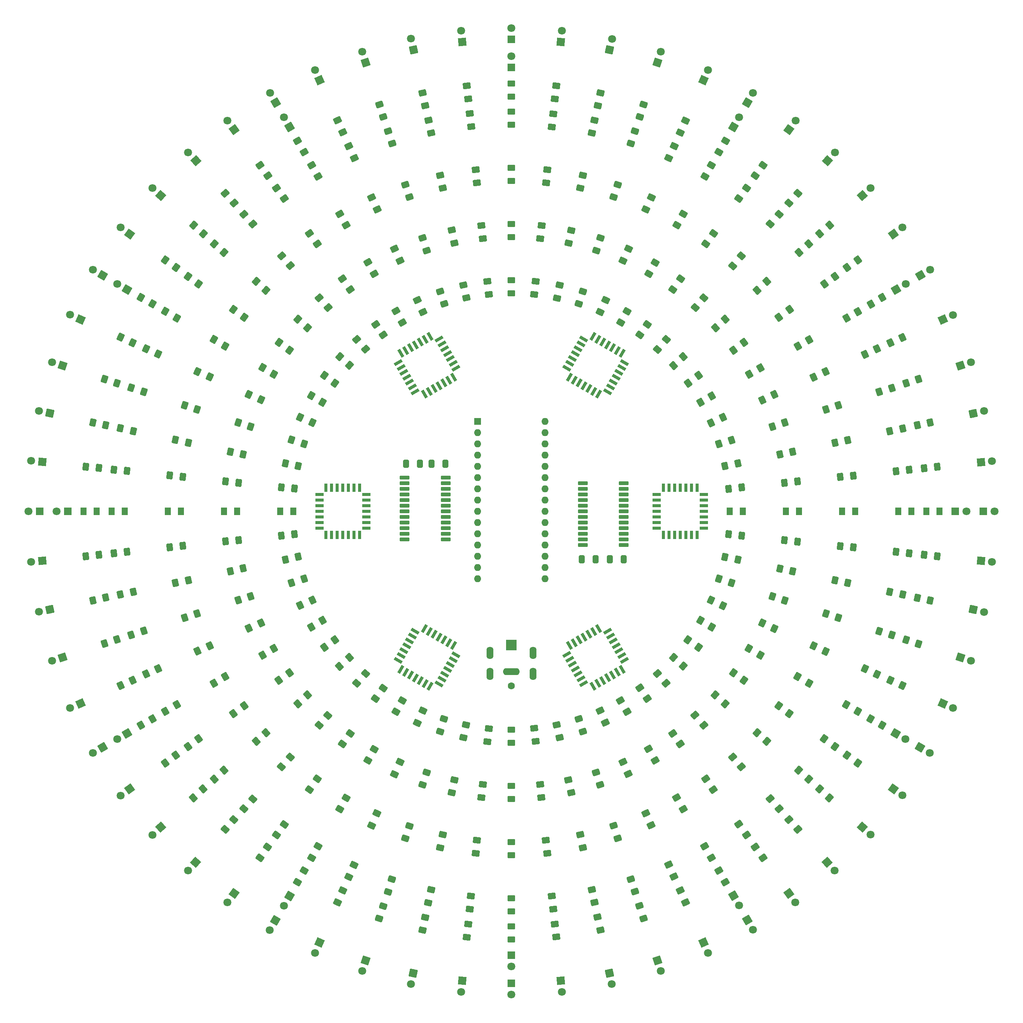
<source format=gbr>
%TF.GenerationSoftware,KiCad,Pcbnew,9.0.7-9.0.7~ubuntu24.04.1*%
%TF.CreationDate,2026-01-21T14:41:36-05:00*%
%TF.ProjectId,Led_clock_sector,4c65645f-636c-46f6-936b-5f736563746f,rev?*%
%TF.SameCoordinates,Original*%
%TF.FileFunction,Soldermask,Top*%
%TF.FilePolarity,Negative*%
%FSLAX46Y46*%
G04 Gerber Fmt 4.6, Leading zero omitted, Abs format (unit mm)*
G04 Created by KiCad (PCBNEW 9.0.7-9.0.7~ubuntu24.04.1) date 2026-01-21 14:41:36*
%MOMM*%
%LPD*%
G01*
G04 APERTURE LIST*
G04 Aperture macros list*
%AMRoundRect*
0 Rectangle with rounded corners*
0 $1 Rounding radius*
0 $2 $3 $4 $5 $6 $7 $8 $9 X,Y pos of 4 corners*
0 Add a 4 corners polygon primitive as box body*
4,1,4,$2,$3,$4,$5,$6,$7,$8,$9,$2,$3,0*
0 Add four circle primitives for the rounded corners*
1,1,$1+$1,$2,$3*
1,1,$1+$1,$4,$5*
1,1,$1+$1,$6,$7*
1,1,$1+$1,$8,$9*
0 Add four rect primitives between the rounded corners*
20,1,$1+$1,$2,$3,$4,$5,0*
20,1,$1+$1,$4,$5,$6,$7,0*
20,1,$1+$1,$6,$7,$8,$9,0*
20,1,$1+$1,$8,$9,$2,$3,0*%
%AMRotRect*
0 Rectangle, with rotation*
0 The origin of the aperture is its center*
0 $1 length*
0 $2 width*
0 $3 Rotation angle, in degrees counterclockwise*
0 Add horizontal line*
21,1,$1,$2,0,0,$3*%
G04 Aperture macros list end*
%ADD10RoundRect,0.250001X-0.676724X-0.382850X0.168304X-0.759080X0.676724X0.382850X-0.168304X0.759080X0*%
%ADD11R,0.700000X1.925000*%
%ADD12R,1.925000X0.700000*%
%ADD13RoundRect,0.250001X0.382850X-0.676724X0.759080X0.168304X-0.382850X0.676724X-0.759080X-0.168304X0*%
%ADD14RotRect,1.800000X1.800000X150.000000*%
%ADD15C,1.800000*%
%ADD16RoundRect,0.250001X0.394635X0.669919X-0.525296X0.573231X-0.394635X-0.669919X0.525296X-0.573231X0*%
%ADD17RotRect,1.800000X1.800000X192.000000*%
%ADD18RotRect,1.800000X1.800000X228.000000*%
%ADD19RoundRect,0.250001X0.168304X0.759080X-0.676724X0.382850X-0.168304X-0.759080X0.676724X-0.382850X0*%
%ADD20RoundRect,0.250001X0.676724X0.382850X-0.168304X0.759080X-0.676724X-0.382850X0.168304X-0.759080X0*%
%ADD21RoundRect,0.250001X0.707500X-0.322448X0.515182X0.582337X-0.707500X0.322448X-0.515182X-0.582337X0*%
%ADD22R,1.800000X1.800000*%
%ADD23RoundRect,0.250001X0.088036X0.772515X-0.713035X0.310016X-0.088036X-0.772515X0.713035X-0.310016X0*%
%ADD24RoundRect,0.250001X-0.669919X0.394635X-0.573231X-0.525296X0.669919X-0.394635X0.573231X0.525296X0*%
%ADD25RoundRect,0.250001X0.777485X-0.006804X0.233785X0.741535X-0.777485X0.006804X-0.233785X-0.741535X0*%
%ADD26RoundRect,0.250001X-0.737329X0.246727X-0.451489X-0.632998X0.737329X-0.246727X0.451489X0.632998X0*%
%ADD27RoundRect,0.250001X-0.246727X-0.737329X0.632998X-0.451489X0.246727X0.737329X-0.632998X0.451489X0*%
%ADD28RoundRect,0.250001X-0.322448X-0.707500X0.582337X-0.515182X0.322448X0.707500X-0.582337X0.515182X0*%
%ADD29RoundRect,0.250001X-0.525296X-0.573231X0.394635X-0.669919X0.525296X0.573231X-0.394635X0.669919X0*%
%ADD30RotRect,1.800000X1.800000X258.000000*%
%ADD31RoundRect,0.250001X0.669919X-0.394635X0.573231X0.525296X-0.669919X0.394635X-0.573231X-0.525296X0*%
%ADD32RotRect,1.800000X1.800000X300.000000*%
%ADD33RoundRect,0.250001X0.322448X0.707500X-0.582337X0.515182X-0.322448X-0.707500X0.582337X-0.515182X0*%
%ADD34RotRect,1.800000X1.800000X18.000000*%
%ADD35RoundRect,0.250001X0.515182X-0.582337X0.707500X0.322448X-0.515182X0.582337X-0.707500X-0.322448X0*%
%ADD36RoundRect,0.250001X-0.761910X-0.154993X-0.074502X-0.773937X0.761910X0.154993X0.074502X0.773937X0*%
%ADD37RoundRect,0.250001X-0.394635X-0.669919X0.525296X-0.573231X0.394635X0.669919X-0.525296X0.573231X0*%
%ADD38RoundRect,0.250001X0.737329X-0.246727X0.451489X0.632998X-0.737329X0.246727X-0.451489X-0.632998X0*%
%ADD39RoundRect,0.250001X-0.582337X-0.515182X0.322448X-0.707500X0.582337X0.515182X-0.322448X0.707500X0*%
%ADD40RoundRect,0.250001X0.310016X-0.713035X0.772515X0.088036X-0.310016X0.713035X-0.772515X-0.088036X0*%
%ADD41RotRect,1.800000X1.800000X342.000000*%
%ADD42RotRect,1.800000X1.800000X354.000000*%
%ADD43RoundRect,0.250001X0.074502X-0.773937X0.761910X-0.154993X-0.074502X0.773937X-0.761910X0.154993X0*%
%ADD44RoundRect,0.100500X1.031500X0.301500X-1.031500X0.301500X-1.031500X-0.301500X1.031500X-0.301500X0*%
%ADD45RoundRect,0.250001X0.773937X0.074502X0.154993X0.761910X-0.773937X-0.074502X-0.154993X-0.761910X0*%
%ADD46RoundRect,0.250001X0.761910X0.154993X0.074502X0.773937X-0.761910X-0.154993X-0.074502X-0.773937X0*%
%ADD47RoundRect,0.250001X0.713035X0.310016X-0.088036X0.772515X-0.713035X-0.310016X0.088036X-0.772515X0*%
%ADD48RoundRect,0.250001X0.759080X-0.168304X0.382850X0.676724X-0.759080X0.168304X-0.382850X-0.676724X0*%
%ADD49RotRect,1.800000X1.800000X30.000000*%
%ADD50RoundRect,0.250000X-0.412500X-0.650000X0.412500X-0.650000X0.412500X0.650000X-0.412500X0.650000X0*%
%ADD51RotRect,1.800000X1.800000X240.000000*%
%ADD52RoundRect,0.250001X-0.233785X0.741535X-0.777485X-0.006804X0.233785X-0.741535X0.777485X0.006804X0*%
%ADD53RotRect,1.800000X1.800000X276.000000*%
%ADD54RoundRect,0.250001X-0.624999X0.462499X-0.624999X-0.462499X0.624999X-0.462499X0.624999X0.462499X0*%
%ADD55RoundRect,0.250001X-0.777485X0.006804X-0.233785X-0.741535X0.777485X-0.006804X0.233785X0.741535X0*%
%ADD56RoundRect,0.250001X-0.462499X-0.624999X0.462499X-0.624999X0.462499X0.624999X-0.462499X0.624999X0*%
%ADD57RoundRect,0.250001X0.006804X0.777485X-0.741535X0.233785X-0.006804X-0.777485X0.741535X-0.233785X0*%
%ADD58RoundRect,0.250000X0.412500X0.650000X-0.412500X0.650000X-0.412500X-0.650000X0.412500X-0.650000X0*%
%ADD59RoundRect,0.250001X-0.772515X0.088036X-0.310016X-0.713035X0.772515X-0.088036X0.310016X0.713035X0*%
%ADD60RoundRect,0.250001X0.582337X0.515182X-0.322448X0.707500X-0.582337X-0.515182X0.322448X-0.707500X0*%
%ADD61RoundRect,0.250001X0.246727X0.737329X-0.632998X0.451489X-0.246727X-0.737329X0.632998X-0.451489X0*%
%ADD62RoundRect,0.250001X-0.573231X0.525296X-0.669919X-0.394635X0.573231X-0.525296X0.669919X0.394635X0*%
%ADD63RoundRect,0.250001X-0.088036X-0.772515X0.713035X-0.310016X0.088036X0.772515X-0.713035X0.310016X0*%
%ADD64RoundRect,0.250001X-0.773937X-0.074502X-0.154993X-0.761910X0.773937X0.074502X0.154993X0.761910X0*%
%ADD65RoundRect,0.250001X0.741535X0.233785X-0.006804X0.777485X-0.741535X-0.233785X0.006804X-0.777485X0*%
%ADD66RotRect,1.800000X1.800000X120.000000*%
%ADD67RoundRect,0.250001X0.624999X-0.462499X0.624999X0.462499X-0.624999X0.462499X-0.624999X-0.462499X0*%
%ADD68RotRect,1.800000X1.800000X126.000000*%
%ADD69RotRect,1.800000X1.800000X294.000000*%
%ADD70RoundRect,0.250001X-0.310016X0.713035X-0.772515X-0.088036X0.310016X-0.713035X0.772515X0.088036X0*%
%ADD71RoundRect,0.250001X-0.006804X-0.777485X0.741535X-0.233785X0.006804X0.777485X-0.741535X0.233785X0*%
%ADD72RotRect,1.800000X1.800000X210.000000*%
%ADD73RotRect,1.800000X1.800000X252.000000*%
%ADD74RoundRect,0.250001X-0.074502X0.773937X-0.761910X0.154993X0.074502X-0.773937X0.761910X-0.154993X0*%
%ADD75RoundRect,0.250001X-0.451489X0.632998X-0.737329X-0.246727X0.451489X-0.632998X0.737329X0.246727X0*%
%ADD76RotRect,1.800000X1.800000X36.000000*%
%ADD77RoundRect,0.250001X-0.168304X-0.759080X0.676724X-0.382850X0.168304X0.759080X-0.676724X0.382850X0*%
%ADD78RoundRect,0.250001X-0.741535X-0.233785X0.006804X-0.777485X0.741535X0.233785X-0.006804X0.777485X0*%
%ADD79RoundRect,0.250001X0.154993X-0.761910X0.773937X-0.074502X-0.154993X0.761910X-0.773937X0.074502X0*%
%ADD80RoundRect,0.250001X0.525296X0.573231X-0.394635X0.669919X-0.525296X-0.573231X0.394635X-0.669919X0*%
%ADD81RotRect,1.800000X1.800000X72.000000*%
%ADD82RotRect,1.800000X1.800000X114.000000*%
%ADD83RotRect,1.800000X1.800000X198.000000*%
%ADD84RoundRect,0.250001X-0.759080X0.168304X-0.382850X-0.676724X0.759080X-0.168304X0.382850X0.676724X0*%
%ADD85RoundRect,0.250001X-0.632998X-0.451489X0.246727X-0.737329X0.632998X0.451489X-0.246727X0.737329X0*%
%ADD86RotRect,1.800000X1.800000X156.000000*%
%ADD87R,1.600000X1.600000*%
%ADD88O,1.600000X1.600000*%
%ADD89RoundRect,0.250001X0.632998X0.451489X-0.246727X0.737329X-0.632998X-0.451489X0.246727X-0.737329X0*%
%ADD90RotRect,1.800000X1.800000X138.000000*%
%ADD91RoundRect,0.250001X0.462499X0.624999X-0.462499X0.624999X-0.462499X-0.624999X0.462499X-0.624999X0*%
%ADD92RoundRect,0.250001X-0.707500X0.322448X-0.515182X-0.582337X0.707500X-0.322448X0.515182X0.582337X0*%
%ADD93RotRect,1.800000X1.800000X102.000000*%
%ADD94RotRect,1.800000X1.800000X330.000000*%
%ADD95RoundRect,0.250001X-0.154993X0.761910X-0.773937X0.074502X0.154993X-0.761910X0.773937X-0.074502X0*%
%ADD96RotRect,0.700000X1.925000X240.000000*%
%ADD97RotRect,1.925000X0.700000X240.000000*%
%ADD98RotRect,1.800000X1.800000X12.000000*%
%ADD99RotRect,1.800000X1.800000X96.000000*%
%ADD100RoundRect,0.250001X0.772515X-0.088036X0.310016X0.713035X-0.772515X0.088036X-0.310016X-0.713035X0*%
%ADD101RotRect,1.800000X1.800000X336.000000*%
%ADD102RoundRect,0.250001X0.573231X-0.525296X0.669919X0.394635X-0.573231X0.525296X-0.669919X-0.394635X0*%
%ADD103RoundRect,0.250001X-0.515182X0.582337X-0.707500X-0.322448X0.515182X-0.582337X0.707500X0.322448X0*%
%ADD104RoundRect,0.250001X-0.713035X-0.310016X0.088036X-0.772515X0.713035X0.310016X-0.088036X0.772515X0*%
%ADD105RotRect,1.800000X1.800000X132.000000*%
%ADD106RotRect,1.800000X1.800000X324.000000*%
%ADD107RoundRect,0.250001X-0.382850X0.676724X-0.759080X-0.168304X0.382850X-0.676724X0.759080X0.168304X0*%
%ADD108RotRect,1.800000X1.800000X66.000000*%
%ADD109RoundRect,0.250001X0.451489X-0.632998X0.737329X0.246727X-0.451489X0.632998X-0.737329X-0.246727X0*%
%ADD110RotRect,1.800000X1.800000X312.000000*%
%ADD111RotRect,1.800000X1.800000X78.000000*%
%ADD112RotRect,1.800000X1.800000X168.000000*%
%ADD113RotRect,1.800000X1.800000X204.000000*%
%ADD114RotRect,1.800000X1.800000X84.000000*%
%ADD115RoundRect,0.250001X0.233785X-0.741535X0.777485X0.006804X-0.233785X0.741535X-0.777485X-0.006804X0*%
%ADD116RotRect,1.800000X1.800000X186.000000*%
%ADD117RotRect,1.800000X1.800000X24.000000*%
%ADD118RotRect,1.800000X1.800000X264.000000*%
%ADD119RoundRect,0.100500X-1.031500X-0.301500X1.031500X-0.301500X1.031500X0.301500X-1.031500X0.301500X0*%
%ADD120RotRect,1.800000X1.800000X216.000000*%
%ADD121RotRect,1.800000X1.800000X108.000000*%
%ADD122RotRect,1.800000X1.800000X348.000000*%
%ADD123RotRect,1.800000X1.800000X144.000000*%
%ADD124RotRect,0.700000X1.925000X300.000000*%
%ADD125RotRect,1.925000X0.700000X300.000000*%
%ADD126RotRect,1.800000X1.800000X306.000000*%
%ADD127RotRect,0.700000X1.925000X120.000000*%
%ADD128RotRect,1.925000X0.700000X120.000000*%
%ADD129RotRect,1.800000X1.800000X282.000000*%
%ADD130RotRect,1.800000X1.800000X288.000000*%
%ADD131RotRect,1.800000X1.800000X162.000000*%
%ADD132RotRect,1.800000X1.800000X54.000000*%
%ADD133RotRect,1.800000X1.800000X60.000000*%
%ADD134RotRect,1.800000X1.800000X174.000000*%
%ADD135RotRect,1.800000X1.800000X234.000000*%
%ADD136RotRect,1.800000X1.800000X42.000000*%
%ADD137RotRect,0.700000X1.925000X60.000000*%
%ADD138RotRect,1.925000X0.700000X60.000000*%
%ADD139RotRect,1.800000X1.800000X318.000000*%
%ADD140RotRect,1.800000X1.800000X48.000000*%
%ADD141RotRect,1.800000X1.800000X222.000000*%
%ADD142RotRect,1.800000X1.800000X6.000000*%
%ADD143RotRect,1.800000X1.800000X246.000000*%
%ADD144C,1.600000*%
%ADD145RoundRect,0.102000X1.125000X1.125000X-1.125000X1.125000X-1.125000X-1.125000X1.125000X-1.125000X0*%
%ADD146O,3.804000X1.604000*%
%ADD147O,1.604000X2.804000*%
G04 APERTURE END LIST*
D10*
%TO.C,D92*%
X212660547Y-165148860D03*
X215378345Y-166358902D03*
%TD*%
D11*
%TO.C,U54*%
X88900000Y-132322500D03*
X90170000Y-132322500D03*
X91440000Y-132322500D03*
X92710000Y-132322500D03*
D12*
X94222500Y-130810000D03*
X94222500Y-129540001D03*
X94222500Y-128270000D03*
X94222500Y-127000000D03*
X94222500Y-125730000D03*
X94222500Y-124460000D03*
X94222500Y-123190000D03*
D11*
X92710000Y-121677500D03*
X91440001Y-121677500D03*
X90170000Y-121677500D03*
X88900000Y-121677500D03*
X87630000Y-121677500D03*
X86360000Y-121677500D03*
X85090000Y-121677500D03*
D12*
X83577500Y-123190000D03*
X83577500Y-124459999D03*
X83577500Y-125730000D03*
X83577500Y-127000000D03*
X83577500Y-128270000D03*
X83577500Y-129540000D03*
X83577500Y-130810000D03*
D11*
X85090000Y-132322500D03*
X86359999Y-132322500D03*
X87630000Y-132322500D03*
%TD*%
D13*
%TO.C,D25*%
X165136644Y-41343694D03*
X166346686Y-38625896D03*
%TD*%
D14*
%TO.C,D329*%
X40132830Y-76822784D03*
D15*
X37933125Y-75552784D03*
%TD*%
D16*
%TO.C,D313*%
X77978799Y-132142344D03*
X75020095Y-132453316D03*
%TD*%
D17*
%TO.C,D260*%
X22672373Y-149167803D03*
D15*
X20187878Y-149695899D03*
%TD*%
D18*
%TO.C,D202*%
X55617147Y-206278690D03*
D15*
X53917555Y-208166278D03*
%TD*%
D19*
%TO.C,D290*%
X58767894Y-157376095D03*
X56050096Y-158586137D03*
%TD*%
D20*
%TO.C,D288*%
X47165867Y-91433917D03*
X44448069Y-90223875D03*
%TD*%
D21*
%TO.C,D359*%
X111487558Y-53907933D03*
X110869020Y-50997941D03*
%TD*%
D22*
%TO.C,D205*%
X127000000Y-227330000D03*
D15*
X127000000Y-229870000D03*
%TD*%
D21*
%TO.C,D369*%
X114128035Y-66330408D03*
X113509497Y-63420416D03*
%TD*%
D23*
%TO.C,D289*%
X62318236Y-164344034D03*
X59741810Y-165831534D03*
%TD*%
D24*
%TO.C,D184*%
X133460913Y-188659604D03*
X133771885Y-191618308D03*
%TD*%
D25*
%TO.C,D375*%
X98035999Y-87093134D03*
X96287337Y-84686308D03*
%TD*%
D26*
%TO.C,D152*%
X155953047Y-216160252D03*
X156872373Y-218989646D03*
%TD*%
D27*
%TO.C,D85*%
X216177677Y-98038010D03*
X219007071Y-97118684D03*
%TD*%
D28*
%TO.C,D86*%
X218717804Y-107517897D03*
X221627796Y-106899359D03*
%TD*%
D22*
%TO.C,D268*%
X26691159Y-126987784D03*
D15*
X24151159Y-126987784D03*
%TD*%
D29*
%TO.C,D129*%
X176046601Y-132166776D03*
X179005305Y-132477748D03*
%TD*%
D30*
%TO.C,D197*%
X104819981Y-231348786D03*
D15*
X104291885Y-233833281D03*
%TD*%
D31*
%TO.C,D340*%
X117220309Y-33738926D03*
X116909337Y-30780222D03*
%TD*%
D32*
%TO.C,D138*%
X180318841Y-219374406D03*
D15*
X181588841Y-221574111D03*
%TD*%
D13*
%TO.C,D35*%
X162553867Y-47144708D03*
X163763909Y-44426910D03*
%TD*%
D33*
%TO.C,D282*%
X41518833Y-145161864D03*
X38608841Y-145780402D03*
%TD*%
D29*
%TO.C,D99*%
X213937886Y-136149310D03*
X216896590Y-136460282D03*
%TD*%
D27*
%TO.C,D125*%
X173903215Y-111773816D03*
X176732609Y-110854490D03*
%TD*%
D34*
%TO.C,D73*%
X228462950Y-94046283D03*
D15*
X230878634Y-93261380D03*
%TD*%
D35*
%TO.C,D63*%
X137252645Y-78765098D03*
X137871183Y-75855106D03*
%TD*%
D36*
%TO.C,D147*%
X196657957Y-189726174D03*
X198868813Y-191716838D03*
%TD*%
D31*
%TO.C,D350*%
X117884065Y-40054139D03*
X117573093Y-37095435D03*
%TD*%
D37*
%TO.C,D107*%
X201307457Y-119202633D03*
X204266161Y-118891661D03*
%TD*%
D28*
%TO.C,D116*%
X187661618Y-114119092D03*
X190571610Y-113500554D03*
%TD*%
D38*
%TO.C,D358*%
X103933727Y-55931975D03*
X103014401Y-53102581D03*
%TD*%
D39*
%TO.C,D110*%
X200084092Y-142545817D03*
X202994084Y-143164355D03*
%TD*%
D40*
%TO.C,D56*%
X158006250Y-73295600D03*
X159493750Y-70719174D03*
%TD*%
D41*
%TO.C,D79*%
X228462950Y-159978149D03*
D15*
X230878634Y-160763052D03*
%TD*%
D42*
%TO.C,D77*%
X233099837Y-138163313D03*
D15*
X235625923Y-138428816D03*
%TD*%
D10*
%TO.C,D132*%
X172053451Y-147069416D03*
X174771249Y-148279458D03*
%TD*%
D43*
%TO.C,D69*%
X163646329Y-94003497D03*
X165857185Y-92012833D03*
%TD*%
D44*
%TO.C,U2*%
X152400000Y-134620000D03*
X152400000Y-133350000D03*
X152400000Y-132080000D03*
X152400000Y-130810000D03*
X152400000Y-129540000D03*
X152400000Y-128270000D03*
X152400000Y-127000000D03*
X152400000Y-125730000D03*
X152400000Y-124460000D03*
X152400000Y-123190000D03*
X152400000Y-121920000D03*
X152400000Y-120650000D03*
X143120000Y-120650000D03*
X143120000Y-121920000D03*
X143120000Y-123190000D03*
X143120000Y-124460000D03*
X143120000Y-125730000D03*
X143120000Y-127000000D03*
X143120000Y-128270000D03*
X143120000Y-129540000D03*
X143120000Y-130810000D03*
X143120000Y-132080000D03*
X143120000Y-133350000D03*
X143120000Y-134620000D03*
%TD*%
D45*
%TO.C,D364*%
X85526697Y-80903516D03*
X83536033Y-78692660D03*
%TD*%
D46*
%TO.C,D363*%
X80936890Y-85493323D03*
X78726034Y-83502659D03*
%TD*%
D47*
%TO.C,D331*%
X45820452Y-80106534D03*
X43244026Y-78619034D03*
%TD*%
D48*
%TO.C,D337*%
X88884514Y-41331478D03*
X87674472Y-38613680D03*
%TD*%
D49*
%TO.C,D71*%
X219391831Y-73672216D03*
D15*
X221591536Y-72402216D03*
%TD*%
D50*
%TO.C,C7*%
X142875000Y-137795000D03*
X146000000Y-137795000D03*
%TD*%
D51*
%TO.C,D206*%
X76835000Y-213888329D03*
D15*
X75565000Y-216088034D03*
%TD*%
D20*
%TO.C,D278*%
X41364853Y-88851140D03*
X38647055Y-87641098D03*
%TD*%
D52*
%TO.C,D223*%
X75620222Y-197718198D03*
X73871560Y-200125024D03*
%TD*%
D53*
%TO.C,D142*%
X138129938Y-233082412D03*
D15*
X138395441Y-235608498D03*
%TD*%
D54*
%TO.C,D217*%
X127000000Y-214412500D03*
X127000000Y-217387500D03*
%TD*%
D27*
%TO.C,D105*%
X198060050Y-103924784D03*
X200889444Y-103005458D03*
%TD*%
D55*
%TO.C,D159*%
X178358619Y-197705014D03*
X180107281Y-200111840D03*
%TD*%
D23*
%TO.C,D279*%
X51319714Y-170694034D03*
X48743288Y-172181534D03*
%TD*%
D56*
%TO.C,D128*%
X176316741Y-127012216D03*
X179291741Y-127012216D03*
%TD*%
D57*
%TO.C,D246*%
X76830834Y-163450033D03*
X74424008Y-165198695D03*
%TD*%
D58*
%TO.C,C9*%
X106337500Y-116205000D03*
X103212500Y-116205000D03*
%TD*%
D31*
%TO.C,D380*%
X121866599Y-77945424D03*
X121555627Y-74986720D03*
%TD*%
D11*
%TO.C,U51*%
X165125400Y-121677500D03*
X163855400Y-121677500D03*
X162585400Y-121677500D03*
X161315400Y-121677500D03*
D12*
X159802900Y-123190000D03*
X159802900Y-124459999D03*
X159802900Y-125730000D03*
X159802900Y-127000000D03*
X159802900Y-128270000D03*
X159802900Y-129540000D03*
X159802900Y-130810000D03*
D11*
X161315400Y-132322500D03*
X162585399Y-132322500D03*
X163855400Y-132322500D03*
X165125400Y-132322500D03*
X166395400Y-132322500D03*
X167665400Y-132322500D03*
X168935400Y-132322500D03*
D12*
X170447900Y-130810000D03*
X170447900Y-129540001D03*
X170447900Y-128270000D03*
X170447900Y-127000000D03*
X170447900Y-125730000D03*
X170447900Y-124460000D03*
X170447900Y-123190000D03*
D11*
X168935400Y-121677500D03*
X167665401Y-121677500D03*
X166395400Y-121677500D03*
%TD*%
D39*
%TO.C,D90*%
X218717804Y-146506535D03*
X221627796Y-147125073D03*
%TD*%
D43*
%TO.C,D59*%
X173084268Y-85505538D03*
X175295124Y-83514874D03*
%TD*%
D59*
%TO.C,D150*%
X173860091Y-208187523D03*
X175347591Y-210763949D03*
%TD*%
D60*
%TO.C,D286*%
X41518833Y-108813704D03*
X38608841Y-108195166D03*
%TD*%
D61*
%TO.C,D301*%
X68043767Y-146150701D03*
X65214373Y-147070027D03*
%TD*%
D62*
%TO.C,D238*%
X120517929Y-188672789D03*
X120206957Y-191631491D03*
%TD*%
D63*
%TO.C,D113*%
X180708641Y-96005966D03*
X183285067Y-94518466D03*
%TD*%
D28*
%TO.C,D96*%
X212506567Y-108838136D03*
X215416559Y-108219598D03*
%TD*%
D10*
%TO.C,D122*%
X183655479Y-152234971D03*
X186373277Y-153445013D03*
%TD*%
D64*
%TO.C,D168*%
X176971262Y-182509024D03*
X178961926Y-184719880D03*
%TD*%
D65*
%TO.C,D352*%
X66577477Y-83072878D03*
X64170651Y-81324218D03*
%TD*%
D66*
%TO.C,D324*%
X73681159Y-34600194D03*
D15*
X72411159Y-32400489D03*
%TD*%
D63*
%TO.C,D103*%
X191707164Y-89655966D03*
X194283590Y-88168466D03*
%TD*%
D67*
%TO.C,D21*%
X127000000Y-33237500D03*
X127000000Y-30262500D03*
%TD*%
D68*
%TO.C,D323*%
X64316229Y-40681851D03*
D15*
X62823254Y-38626948D03*
%TD*%
D38*
%TO.C,D348*%
X100009211Y-43853557D03*
X99089885Y-41024163D03*
%TD*%
D69*
%TO.C,D139*%
X170369506Y-224443846D03*
D15*
X171402617Y-226764251D03*
%TD*%
D70*
%TO.C,D242*%
X95993750Y-180704400D03*
X94506250Y-183280826D03*
%TD*%
D26*
%TO.C,D182*%
X146141756Y-185964208D03*
X147061082Y-188793602D03*
%TD*%
D35*
%TO.C,D33*%
X145174080Y-41497674D03*
X145792618Y-38587682D03*
%TD*%
D71*
%TO.C,D70*%
X166894650Y-98014840D03*
X169301476Y-96266178D03*
%TD*%
D72*
%TO.C,D267*%
X40132830Y-177152784D03*
D15*
X37933125Y-178422784D03*
%TD*%
D73*
%TO.C,D198*%
X94034067Y-228458709D03*
D15*
X93249164Y-230874393D03*
%TD*%
D54*
%TO.C,D237*%
X127000000Y-189012500D03*
X127000000Y-191987500D03*
%TD*%
D31*
%TO.C,D370*%
X120539087Y-65314996D03*
X120228115Y-62356292D03*
%TD*%
D61*
%TO.C,D291*%
X55965350Y-150075216D03*
X53135956Y-150994542D03*
%TD*%
D67*
%TO.C,D61*%
X127000000Y-77687500D03*
X127000000Y-74712500D03*
%TD*%
D23*
%TO.C,D299*%
X73316759Y-157994034D03*
X70740333Y-159481534D03*
%TD*%
D37*
%TO.C,D127*%
X176046601Y-121857656D03*
X179005305Y-121546684D03*
%TD*%
D74*
%TO.C,D225*%
X62039853Y-185490379D03*
X59828997Y-187481043D03*
%TD*%
D75*
%TO.C,D240*%
X107837084Y-185977392D03*
X106917758Y-188806786D03*
%TD*%
D33*
%TO.C,D272*%
X35307596Y-146482103D03*
X32397604Y-147100641D03*
%TD*%
D76*
%TO.C,D10*%
X213305933Y-64295069D03*
D15*
X215360836Y-62802094D03*
%TD*%
D77*
%TO.C,D104*%
X195257506Y-96623905D03*
X197975304Y-95413863D03*
%TD*%
D71*
%TO.C,D40*%
X197718198Y-75620222D03*
X200125024Y-73871560D03*
%TD*%
D67*
%TO.C,D31*%
X127000000Y-39587500D03*
X127000000Y-36612500D03*
%TD*%
D60*
%TO.C,D316*%
X78786257Y-116735139D03*
X75876265Y-116116601D03*
%TD*%
D78*
%TO.C,D186*%
X166873491Y-155971977D03*
X169280317Y-157720637D03*
%TD*%
D21*
%TO.C,D339*%
X107526840Y-35274221D03*
X106908302Y-32364229D03*
%TD*%
D48*
%TO.C,D367*%
X101798404Y-70336546D03*
X100588362Y-67618748D03*
%TD*%
D24*
%TO.C,D164*%
X136115935Y-213920461D03*
X136426907Y-216879165D03*
%TD*%
D33*
%TO.C,D292*%
X53941307Y-142521386D03*
X51031315Y-143139924D03*
%TD*%
D79*
%TO.C,D58*%
X168494462Y-80915732D03*
X170485126Y-78704876D03*
%TD*%
D80*
%TO.C,D315*%
X77978799Y-121833224D03*
X75020095Y-121522252D03*
%TD*%
D36*
%TO.C,D157*%
X191938988Y-185477195D03*
X194149844Y-187467859D03*
%TD*%
D77*
%TO.C,D84*%
X212660547Y-88875571D03*
X215378345Y-87665529D03*
%TD*%
D81*
%TO.C,D4*%
X159965933Y-25541291D03*
D15*
X160750836Y-23125607D03*
%TD*%
D82*
%TO.C,D325*%
X83630494Y-29530754D03*
D15*
X82597383Y-27210349D03*
%TD*%
D83*
%TO.C,D259*%
X25562450Y-159953717D03*
D15*
X23146766Y-160738620D03*
%TD*%
D84*
%TO.C,D161*%
X162532708Y-206842108D03*
X163742750Y-209559906D03*
%TD*%
D85*
%TO.C,D131*%
X173903215Y-142250616D03*
X176732609Y-143169942D03*
%TD*%
D48*
%TO.C,D347*%
X91467292Y-47132492D03*
X90257250Y-44414694D03*
%TD*%
D45*
%TO.C,D354*%
X77028738Y-71465576D03*
X75038074Y-69254720D03*
%TD*%
D20*
%TO.C,D298*%
X58767894Y-96599473D03*
X56050096Y-95389431D03*
%TD*%
D86*
%TO.C,D266*%
X29564129Y-83597119D03*
D15*
X27243724Y-82564008D03*
%TD*%
D37*
%TO.C,D97*%
X213937886Y-117875122D03*
X216896590Y-117564150D03*
%TD*%
D64*
%TO.C,D158*%
X185469220Y-191946963D03*
X187459884Y-194157819D03*
%TD*%
D87*
%TO.C,A1*%
X119380000Y-106680000D03*
D88*
X119380000Y-109220000D03*
X119380000Y-111760000D03*
X119380000Y-114300000D03*
X119380000Y-116840000D03*
X119380000Y-119380000D03*
X119380000Y-121920000D03*
X119380000Y-124460000D03*
X119380000Y-127000000D03*
X119380000Y-129540000D03*
X119380000Y-132080000D03*
X119380000Y-134620000D03*
X119380000Y-137160000D03*
X119380000Y-139700000D03*
X119380000Y-142240000D03*
X134620000Y-142240000D03*
X134620000Y-139700000D03*
X134620000Y-137160000D03*
X134620000Y-134620000D03*
X134620000Y-132080000D03*
X134620000Y-129540000D03*
X134620000Y-127000000D03*
X134620000Y-124460000D03*
X134620000Y-121920000D03*
X134620000Y-119380000D03*
X134620000Y-116840000D03*
X134620000Y-114300000D03*
X134620000Y-111760000D03*
X134620000Y-109220000D03*
X134620000Y-106680000D03*
%TD*%
D62*
%TO.C,D228*%
X119190417Y-201303217D03*
X118879445Y-204261919D03*
%TD*%
D89*
%TO.C,D287*%
X43886932Y-99975836D03*
X41057538Y-99056510D03*
%TD*%
D90*
%TO.C,D321*%
X47742469Y-55604931D03*
D15*
X45854881Y-53905339D03*
%TD*%
D91*
%TO.C,D294*%
X52308659Y-126987784D03*
X49333659Y-126987784D03*
%TD*%
D24*
%TO.C,D154*%
X136779691Y-220235674D03*
X137090663Y-223194378D03*
%TD*%
D31*
%TO.C,D360*%
X119211576Y-52684568D03*
X118900604Y-49725864D03*
%TD*%
D43*
%TO.C,D49*%
X182522208Y-77007580D03*
X184733064Y-75016916D03*
%TD*%
D52*
%TO.C,D243*%
X90549967Y-177169166D03*
X88801305Y-179575992D03*
%TD*%
D57*
%TO.C,D226*%
X56281802Y-178379778D03*
X53874976Y-180128440D03*
%TD*%
D92*
%TO.C,D153*%
X146473160Y-218700379D03*
X147091698Y-221610371D03*
%TD*%
D93*
%TO.C,D327*%
X104841140Y-22638998D03*
D15*
X104313044Y-20154503D03*
%TD*%
D94*
%TO.C,D143*%
X213867170Y-177151816D03*
D15*
X216066875Y-178421816D03*
%TD*%
D47*
%TO.C,D341*%
X51319714Y-83281534D03*
X48743288Y-81794034D03*
%TD*%
D95*
%TO.C,D244*%
X85505538Y-173084268D03*
X83514874Y-175295124D03*
%TD*%
D96*
%TO.C,U53*%
X112559420Y-162681250D03*
X113194420Y-161581398D03*
X113829420Y-160481545D03*
X114464420Y-159381693D03*
D97*
X113910807Y-157315580D03*
X112810955Y-156680580D03*
X111711102Y-156045580D03*
X110611250Y-155410580D03*
X109511398Y-154775580D03*
X108411545Y-154140580D03*
X107311693Y-153505580D03*
D96*
X105245580Y-154059193D03*
X104610580Y-155159045D03*
X103975580Y-156258898D03*
X103340580Y-157358750D03*
X102705580Y-158458602D03*
X102070580Y-159558455D03*
X101435580Y-160658307D03*
D97*
X101989193Y-162724420D03*
X103089045Y-163359420D03*
X104188898Y-163994420D03*
X105288750Y-164629420D03*
X106388602Y-165264420D03*
X107488455Y-165899420D03*
X108588307Y-166534420D03*
D96*
X110654420Y-165980807D03*
X111289420Y-164880955D03*
X111924420Y-163781102D03*
%TD*%
D38*
%TO.C,D368*%
X107858244Y-68010392D03*
X106938918Y-65180998D03*
%TD*%
D40*
%TO.C,D26*%
X173881250Y-45799293D03*
X175368750Y-43222867D03*
%TD*%
D21*
%TO.C,D379*%
X116768514Y-78752882D03*
X116149976Y-75842890D03*
%TD*%
D79*
%TO.C,D68*%
X159996503Y-90353671D03*
X161987167Y-88142815D03*
%TD*%
D98*
%TO.C,D74*%
X231353027Y-104832197D03*
D15*
X233837522Y-104304101D03*
%TD*%
D67*
%TO.C,D51*%
X127000000Y-64987500D03*
X127000000Y-62012500D03*
%TD*%
D59*
%TO.C,D180*%
X157985091Y-180691216D03*
X159472591Y-183267642D03*
%TD*%
D99*
%TO.C,D328*%
X115870062Y-20892188D03*
D15*
X115604559Y-18366102D03*
%TD*%
D70*
%TO.C,D252*%
X102343750Y-169705878D03*
X100856250Y-172282304D03*
%TD*%
D62*
%TO.C,D208*%
X117199150Y-220248860D03*
X116888178Y-223207562D03*
%TD*%
D70*
%TO.C,D222*%
X83293750Y-202701445D03*
X81806250Y-205277871D03*
%TD*%
D25*
%TO.C,D335*%
X71908944Y-51132329D03*
X70160282Y-48725503D03*
%TD*%
D14*
%TO.C,D319*%
X34633569Y-73647784D03*
D15*
X32433864Y-72377784D03*
%TD*%
D91*
%TO.C,D304*%
X65008659Y-126987784D03*
X62033659Y-126987784D03*
%TD*%
D100*
%TO.C,D356*%
X89664909Y-62284861D03*
X88177409Y-59708435D03*
%TD*%
D101*
%TO.C,D80*%
X224461271Y-170402881D03*
D15*
X226781676Y-171435992D03*
%TD*%
D94*
%TO.C,D133*%
X219366431Y-180326816D03*
D15*
X221566136Y-181596816D03*
%TD*%
D40*
%TO.C,D66*%
X151656250Y-84294122D03*
X153143750Y-81717696D03*
%TD*%
D80*
%TO.C,D305*%
X65348371Y-120505712D03*
X62389667Y-120194740D03*
%TD*%
D102*
%TO.C,D62*%
X132154560Y-77957639D03*
X132465532Y-74998937D03*
%TD*%
D57*
%TO.C,D216*%
X51144544Y-182112214D03*
X48737718Y-183860876D03*
%TD*%
D55*
%TO.C,D189*%
X155964001Y-166881466D03*
X157712663Y-169288292D03*
%TD*%
D103*
%TO.C,D249*%
X116747355Y-175234902D03*
X116128817Y-178144894D03*
%TD*%
D104*
%TO.C,D145*%
X208179548Y-173868066D03*
X210755974Y-175355566D03*
%TD*%
D105*
%TO.C,D322*%
X55638306Y-47709094D03*
D15*
X53938714Y-45821506D03*
%TD*%
D74*
%TO.C,D245*%
X80915732Y-168494462D03*
X78704876Y-170485126D03*
%TD*%
D57*
%TO.C,D236*%
X66556318Y-170914905D03*
X64149492Y-172663567D03*
%TD*%
D27*
%TO.C,D115*%
X185981633Y-107849299D03*
X188811027Y-106929973D03*
%TD*%
D79*
%TO.C,D38*%
X185490379Y-62039853D03*
X187481043Y-59828997D03*
%TD*%
D55*
%TO.C,D179*%
X163428874Y-177155982D03*
X165177536Y-179562808D03*
%TD*%
D85*
%TO.C,D111*%
X198060050Y-150099648D03*
X200889444Y-151018974D03*
%TD*%
D89*
%TO.C,D277*%
X37847723Y-98013578D03*
X35018329Y-97094252D03*
%TD*%
D40*
%TO.C,D36*%
X170706250Y-51298555D03*
X172193750Y-48722129D03*
%TD*%
D19*
%TO.C,D280*%
X47165867Y-162541651D03*
X44448069Y-163751693D03*
%TD*%
D106*
%TO.C,D134*%
X213284774Y-189691746D03*
D15*
X215339678Y-191184720D03*
%TD*%
D107*
%TO.C,D241*%
X101777244Y-183651238D03*
X100567202Y-186369036D03*
%TD*%
D108*
%TO.C,D5*%
X170390665Y-29542971D03*
D15*
X171423776Y-27222566D03*
%TD*%
D78*
%TO.C,D166*%
X187422523Y-170901722D03*
X189829349Y-172650382D03*
%TD*%
D71*
%TO.C,D30*%
X202855456Y-71887786D03*
X205262282Y-70139124D03*
%TD*%
D74*
%TO.C,D215*%
X57320883Y-189739358D03*
X55110027Y-191730022D03*
%TD*%
D39*
%TO.C,D120*%
X187661617Y-139905340D03*
X190571609Y-140523878D03*
%TD*%
D26*
%TO.C,D162*%
X153990789Y-210121043D03*
X154910115Y-212950437D03*
%TD*%
D13*
%TO.C,D65*%
X147057200Y-81950790D03*
X148267242Y-79232992D03*
%TD*%
D71*
%TO.C,D60*%
X177169166Y-90549967D03*
X179575992Y-88801305D03*
%TD*%
D100*
%TO.C,D346*%
X83314909Y-51286339D03*
X81827409Y-48709913D03*
%TD*%
D32*
%TO.C,D144*%
X177143841Y-213875145D03*
D15*
X178413841Y-216074850D03*
%TD*%
D80*
%TO.C,D275*%
X33772300Y-117186934D03*
X30813596Y-116875962D03*
%TD*%
D58*
%TO.C,C8*%
X152350000Y-137795000D03*
X149225000Y-137795000D03*
%TD*%
D19*
%TO.C,D310*%
X81971949Y-147044984D03*
X79254151Y-148255026D03*
%TD*%
D26*
%TO.C,D192*%
X142217241Y-173885790D03*
X143136567Y-176715184D03*
%TD*%
D109*
%TO.C,D54*%
X146162916Y-68022608D03*
X147082242Y-65193214D03*
%TD*%
D75*
%TO.C,D250*%
X111761600Y-173898974D03*
X110842274Y-176728368D03*
%TD*%
D60*
%TO.C,D296*%
X53941308Y-111454183D03*
X51031316Y-110835645D03*
%TD*%
D84*
%TO.C,D191*%
X147036041Y-172036026D03*
X148246083Y-174753824D03*
%TD*%
D92*
%TO.C,D183*%
X139871965Y-187644192D03*
X140490503Y-190554184D03*
%TD*%
D107*
%TO.C,D231*%
X96611689Y-195253265D03*
X95401647Y-197971063D03*
%TD*%
D40*
%TO.C,D46*%
X164356250Y-62297077D03*
X165843750Y-59720651D03*
%TD*%
D29*
%TO.C,D119*%
X188677029Y-133494288D03*
X191635733Y-133805260D03*
%TD*%
D104*
%TO.C,D185*%
X169684718Y-151643066D03*
X172261144Y-153130566D03*
%TD*%
D100*
%TO.C,D336*%
X80139909Y-45787077D03*
X78652409Y-43210651D03*
%TD*%
D58*
%TO.C,C10*%
X112052500Y-116205000D03*
X108927500Y-116205000D03*
%TD*%
D59*
%TO.C,D160*%
X170685091Y-202688261D03*
X172172591Y-205264687D03*
%TD*%
D75*
%TO.C,D220*%
X99988052Y-210134227D03*
X99068726Y-212963621D03*
%TD*%
D70*
%TO.C,D212*%
X80118750Y-208200707D03*
X78631250Y-210777133D03*
%TD*%
D110*
%TO.C,D136*%
X198361694Y-206265506D03*
D15*
X200061286Y-208153094D03*
%TD*%
D37*
%TO.C,D117*%
X188677030Y-120530144D03*
X191635734Y-120219172D03*
%TD*%
D111*
%TO.C,D3*%
X149180019Y-22651214D03*
D15*
X149708115Y-20166719D03*
%TD*%
D60*
%TO.C,D306*%
X66363783Y-114094660D03*
X63453791Y-113476122D03*
%TD*%
D13*
%TO.C,D45*%
X157388311Y-58746735D03*
X158598353Y-56028937D03*
%TD*%
D84*
%TO.C,D171*%
X157367152Y-195240081D03*
X158577194Y-197957879D03*
%TD*%
D85*
%TO.C,D101*%
X210138468Y-154024164D03*
X212967862Y-154943490D03*
%TD*%
D89*
%TO.C,D317*%
X80122185Y-111749384D03*
X77292791Y-110830058D03*
%TD*%
D100*
%TO.C,D366*%
X96014909Y-73283384D03*
X94527409Y-70706958D03*
%TD*%
D61*
%TO.C,D271*%
X37847723Y-155961990D03*
X35018329Y-156881316D03*
%TD*%
D92*
%TO.C,D173*%
X142512442Y-200066667D03*
X143130980Y-202976659D03*
%TD*%
D112*
%TO.C,D264*%
X22672373Y-104807765D03*
D15*
X20187878Y-104279669D03*
%TD*%
D92*
%TO.C,D163*%
X145152921Y-212489142D03*
X145771459Y-215399134D03*
%TD*%
D24*
%TO.C,D174*%
X134788424Y-201290032D03*
X135099396Y-204248736D03*
%TD*%
D100*
%TO.C,D376*%
X102364909Y-84281906D03*
X100877409Y-81705480D03*
%TD*%
D10*
%TO.C,D102*%
X206859533Y-162566083D03*
X209577331Y-163776125D03*
%TD*%
D54*
%TO.C,D227*%
X127000000Y-201712500D03*
X127000000Y-204687500D03*
%TD*%
D61*
%TO.C,D281*%
X43886932Y-153999732D03*
X41057538Y-154919058D03*
%TD*%
D65*
%TO.C,D332*%
X51165703Y-71875569D03*
X48758877Y-70126909D03*
%TD*%
D109*
%TO.C,D34*%
X154011948Y-43865773D03*
X154931274Y-41036379D03*
%TD*%
D91*
%TO.C,D284*%
X39608659Y-126987784D03*
X36633659Y-126987784D03*
%TD*%
D104*
%TO.C,D165*%
X191681764Y-164343066D03*
X194258190Y-165830566D03*
%TD*%
D56*
%TO.C,D88*%
X220766741Y-127012216D03*
X223741741Y-127012216D03*
%TD*%
D28*
%TO.C,D126*%
X175239143Y-116759571D03*
X178149135Y-116141033D03*
%TD*%
D39*
%TO.C,D130*%
X175239143Y-137264861D03*
X178149135Y-137883399D03*
%TD*%
D67*
%TO.C,D41*%
X127000000Y-52287500D03*
X127000000Y-49312500D03*
%TD*%
D113*
%TO.C,D258*%
X29564130Y-170378450D03*
D15*
X27243724Y-171411562D03*
%TD*%
D109*
%TO.C,D64*%
X142238400Y-80101026D03*
X143157726Y-77271632D03*
%TD*%
D114*
%TO.C,D2*%
X138151096Y-20904404D03*
D15*
X138416598Y-18378318D03*
%TD*%
D80*
%TO.C,D285*%
X40087514Y-117850690D03*
X37128810Y-117539718D03*
%TD*%
D103*
%TO.C,D219*%
X108825920Y-212502326D03*
X108207382Y-215412318D03*
%TD*%
D115*
%TO.C,D47*%
X170914905Y-66556318D03*
X172663567Y-64149492D03*
%TD*%
D116*
%TO.C,D261*%
X20925564Y-138138880D03*
D15*
X18399479Y-138404382D03*
%TD*%
D43*
%TO.C,D29*%
X196679117Y-64260642D03*
X198889973Y-62269978D03*
%TD*%
D117*
%TO.C,D72*%
X224461270Y-83621550D03*
D15*
X226781676Y-82588438D03*
%TD*%
D56*
%TO.C,D98*%
X214416741Y-127012216D03*
X217391741Y-127012216D03*
%TD*%
D65*
%TO.C,D372*%
X87126509Y-98002623D03*
X84719683Y-96253963D03*
%TD*%
D38*
%TO.C,D338*%
X98046953Y-37814348D03*
X97127627Y-34984954D03*
%TD*%
D25*
%TO.C,D365*%
X90571126Y-76818618D03*
X88822464Y-74411792D03*
%TD*%
D118*
%TO.C,D196*%
X115848904Y-233095596D03*
D15*
X115583402Y-235621682D03*
%TD*%
D57*
%TO.C,D256*%
X87105350Y-155985160D03*
X84698524Y-157733822D03*
%TD*%
D102*
%TO.C,D42*%
X134809583Y-52696783D03*
X135120555Y-49738081D03*
%TD*%
D104*
%TO.C,D175*%
X180683241Y-157993066D03*
X183259667Y-159480566D03*
%TD*%
D80*
%TO.C,D295*%
X52717943Y-119178201D03*
X49759239Y-118867229D03*
%TD*%
D115*
%TO.C,D27*%
X182112214Y-51144544D03*
X183860876Y-48737718D03*
%TD*%
D119*
%TO.C,U3*%
X102870000Y-119380000D03*
X102870000Y-120650000D03*
X102870000Y-121920000D03*
X102870000Y-123190000D03*
X102870000Y-124460000D03*
X102870000Y-125730000D03*
X102870000Y-127000000D03*
X102870000Y-128270000D03*
X102870000Y-129540000D03*
X102870000Y-130810000D03*
X102870000Y-132080000D03*
X102870000Y-133350000D03*
X112150000Y-133350000D03*
X112150000Y-132080000D03*
X112150000Y-130810000D03*
X112150000Y-129540000D03*
X112150000Y-128270000D03*
X112150000Y-127000000D03*
X112150000Y-125730000D03*
X112150000Y-124460000D03*
X112150000Y-123190000D03*
X112150000Y-121920000D03*
X112150000Y-120650000D03*
X112150000Y-119380000D03*
%TD*%
D120*
%TO.C,D204*%
X40694067Y-189704931D03*
D15*
X38639164Y-191197906D03*
%TD*%
D51*
%TO.C,D200*%
X73660000Y-219387590D03*
D15*
X72390000Y-221587295D03*
%TD*%
D121*
%TO.C,D326*%
X94055226Y-25529075D03*
D15*
X93270323Y-23113391D03*
%TD*%
D21*
%TO.C,D349*%
X108847079Y-41485458D03*
X108228541Y-38575466D03*
%TD*%
D65*
%TO.C,D342*%
X56302961Y-75608006D03*
X53896135Y-73859346D03*
%TD*%
D70*
%TO.C,D232*%
X89643750Y-191702923D03*
X88156250Y-194279349D03*
%TD*%
D109*
%TO.C,D44*%
X150087432Y-55944190D03*
X151006758Y-53114796D03*
%TD*%
D23*
%TO.C,D309*%
X84315282Y-151644034D03*
X81738856Y-153131534D03*
%TD*%
D16*
%TO.C,D283*%
X40087514Y-136124878D03*
X37128810Y-136435850D03*
%TD*%
D77*
%TO.C,D114*%
X183655478Y-101789460D03*
X186373276Y-100579418D03*
%TD*%
D92*
%TO.C,D193*%
X137231486Y-175221718D03*
X137850024Y-178131710D03*
%TD*%
D95*
%TO.C,D214*%
X64260642Y-196679117D03*
X62269978Y-198889973D03*
%TD*%
D25*
%TO.C,D345*%
X75641381Y-56269586D03*
X73892719Y-53862760D03*
%TD*%
D60*
%TO.C,D276*%
X35307596Y-107493465D03*
X32397604Y-106874927D03*
%TD*%
D75*
%TO.C,D210*%
X98025794Y-216173436D03*
X97106468Y-219002830D03*
%TD*%
D25*
%TO.C,D355*%
X83106254Y-66544102D03*
X81357592Y-64137276D03*
%TD*%
D95*
%TO.C,D254*%
X94003497Y-163646329D03*
X92012833Y-165857185D03*
%TD*%
D59*
%TO.C,D170*%
X164335091Y-191689739D03*
X165822591Y-194266165D03*
%TD*%
D63*
%TO.C,D83*%
X208204948Y-80130966D03*
X210781374Y-78643466D03*
%TD*%
D65*
%TO.C,D362*%
X76851993Y-90537751D03*
X74445167Y-88789091D03*
%TD*%
D35*
%TO.C,D53*%
X139893123Y-66342623D03*
X140511661Y-63432631D03*
%TD*%
D122*
%TO.C,D78*%
X231353027Y-149192235D03*
D15*
X233837522Y-149720331D03*
%TD*%
D36*
%TO.C,D187*%
X163625170Y-159983319D03*
X165836026Y-161973983D03*
%TD*%
D47*
%TO.C,D371*%
X84315282Y-102331534D03*
X81738856Y-100844034D03*
%TD*%
D56*
%TO.C,D118*%
X189016741Y-127012216D03*
X191991741Y-127012216D03*
%TD*%
D123*
%TO.C,D320*%
X40715226Y-64282854D03*
D15*
X38660322Y-62789880D03*
%TD*%
D124*
%TO.C,U52*%
X150659420Y-157333350D03*
X150024420Y-156233498D03*
X149389420Y-155133645D03*
X148754420Y-154033793D03*
D125*
X146688307Y-153480180D03*
X145588455Y-154115179D03*
X144488602Y-154750180D03*
X143388750Y-155385180D03*
X142288898Y-156020180D03*
X141189045Y-156655180D03*
X140089193Y-157290180D03*
D124*
X139535580Y-159356293D03*
X140170579Y-160456145D03*
X140805580Y-161555998D03*
X141440580Y-162655850D03*
X142075580Y-163755702D03*
X142710580Y-164855555D03*
X143345580Y-165955407D03*
D125*
X145411693Y-166509020D03*
X146511545Y-165874021D03*
X147611398Y-165239020D03*
X148711250Y-164604020D03*
X149811102Y-163969020D03*
X150910955Y-163334020D03*
X152010807Y-162699020D03*
D124*
X152564420Y-160632907D03*
X151929421Y-159533055D03*
X151294420Y-158433202D03*
%TD*%
D52*
%TO.C,D213*%
X71887786Y-202855456D03*
X70139124Y-205262282D03*
%TD*%
D46*
%TO.C,D353*%
X71498952Y-76995364D03*
X69288096Y-75004700D03*
%TD*%
D72*
%TO.C,D257*%
X34633569Y-180327784D03*
D15*
X32433864Y-181597784D03*
%TD*%
D64*
%TO.C,D188*%
X159975344Y-163633145D03*
X161966008Y-165844001D03*
%TD*%
D54*
%TO.C,D247*%
X127000000Y-176312500D03*
X127000000Y-179287500D03*
%TD*%
D77*
%TO.C,D94*%
X206859533Y-91458349D03*
X209577331Y-90248307D03*
%TD*%
D64*
%TO.C,D178*%
X168473303Y-173071084D03*
X170463967Y-175281940D03*
%TD*%
D46*
%TO.C,D373*%
X90374830Y-93991281D03*
X88163974Y-92000617D03*
%TD*%
D103*
%TO.C,D209*%
X107505680Y-218713563D03*
X106887142Y-221623555D03*
%TD*%
D23*
%TO.C,D269*%
X45820452Y-173869034D03*
X43244026Y-175356534D03*
%TD*%
D78*
%TO.C,D156*%
X197697039Y-178366594D03*
X200103865Y-180115254D03*
%TD*%
D102*
%TO.C,D32*%
X136137094Y-40066355D03*
X136448066Y-37107653D03*
%TD*%
D22*
%TO.C,D262*%
X20341159Y-126987784D03*
D15*
X17801159Y-126987784D03*
%TD*%
D10*
%TO.C,D112*%
X195257506Y-157400527D03*
X197975304Y-158610569D03*
%TD*%
D63*
%TO.C,D123*%
X169710118Y-102355966D03*
X172286544Y-100868466D03*
%TD*%
D43*
%TO.C,D39*%
X191960147Y-68509621D03*
X194171003Y-66518957D03*
%TD*%
D55*
%TO.C,D149*%
X182091056Y-202842271D03*
X183839718Y-205249097D03*
%TD*%
D84*
%TO.C,D151*%
X165115486Y-212643122D03*
X166325528Y-215360920D03*
%TD*%
D24*
%TO.C,D194*%
X132133401Y-176029176D03*
X132444373Y-178987880D03*
%TD*%
D22*
%TO.C,D195*%
X127000000Y-233680000D03*
D15*
X127000000Y-236220000D03*
%TD*%
D59*
%TO.C,D190*%
X151635091Y-169692694D03*
X153122591Y-172269120D03*
%TD*%
D26*
%TO.C,D172*%
X150066273Y-198042625D03*
X150985599Y-200872019D03*
%TD*%
D47*
%TO.C,D361*%
X73316759Y-95981534D03*
X70740333Y-94494034D03*
%TD*%
D62*
%TO.C,D248*%
X121845440Y-176042361D03*
X121534468Y-179001063D03*
%TD*%
D48*
%TO.C,D357*%
X96632848Y-58734519D03*
X95422806Y-56016721D03*
%TD*%
D38*
%TO.C,D378*%
X111782759Y-80088810D03*
X110863433Y-77259416D03*
%TD*%
D33*
%TO.C,D302*%
X66363782Y-139880908D03*
X63453790Y-140499446D03*
%TD*%
D47*
%TO.C,D351*%
X62318236Y-89631534D03*
X59741810Y-88144034D03*
%TD*%
D126*
%TO.C,D137*%
X189683771Y-213292749D03*
D15*
X191176746Y-215347652D03*
%TD*%
D91*
%TO.C,D274*%
X33258659Y-126987784D03*
X30283659Y-126987784D03*
%TD*%
D16*
%TO.C,D303*%
X65348370Y-133469856D03*
X62389666Y-133780828D03*
%TD*%
D85*
%TO.C,D91*%
X216177677Y-155986422D03*
X219007071Y-156905748D03*
%TD*%
D64*
%TO.C,D148*%
X189718199Y-196665933D03*
X191708863Y-198876789D03*
%TD*%
D62*
%TO.C,D218*%
X117862906Y-213933645D03*
X117551934Y-216892347D03*
%TD*%
D66*
%TO.C,D330*%
X76856159Y-40099455D03*
D15*
X75586159Y-37899750D03*
%TD*%
D115*
%TO.C,D57*%
X163450033Y-76830834D03*
X165198695Y-74424008D03*
%TD*%
D85*
%TO.C,D121*%
X185981633Y-146175131D03*
X188811027Y-147094457D03*
%TD*%
D79*
%TO.C,D28*%
X189739358Y-57320883D03*
X191730022Y-55110027D03*
%TD*%
D52*
%TO.C,D233*%
X83085095Y-187443682D03*
X81336433Y-189850508D03*
%TD*%
D45*
%TO.C,D344*%
X68530780Y-62027637D03*
X66540116Y-59816781D03*
%TD*%
D79*
%TO.C,D48*%
X176992420Y-71477792D03*
X178983084Y-69266936D03*
%TD*%
D89*
%TO.C,D307*%
X68043767Y-107824869D03*
X65214373Y-106905543D03*
%TD*%
D33*
%TO.C,D312*%
X78786257Y-137240429D03*
X75876265Y-137858967D03*
%TD*%
D103*
%TO.C,D229*%
X111466398Y-200079851D03*
X110847860Y-202989843D03*
%TD*%
D127*
%TO.C,U55*%
X103340580Y-96641250D03*
X103975580Y-97741102D03*
X104610580Y-98840955D03*
X105245580Y-99940807D03*
D128*
X107311693Y-100494420D03*
X108411545Y-99859421D03*
X109511398Y-99224420D03*
X110611250Y-98589420D03*
X111711102Y-97954420D03*
X112810955Y-97319420D03*
X113910807Y-96684420D03*
D127*
X114464420Y-94618307D03*
X113829421Y-93518455D03*
X113194420Y-92418602D03*
X112559420Y-91318750D03*
X111924420Y-90218898D03*
X111289420Y-89119045D03*
X110654420Y-88019193D03*
D128*
X108588307Y-87465580D03*
X107488455Y-88100579D03*
X106388602Y-88735580D03*
X105288750Y-89370580D03*
X104188898Y-90005580D03*
X103089045Y-90640580D03*
X101989193Y-91275580D03*
D127*
X101435580Y-93341693D03*
X102070579Y-94441545D03*
X102705580Y-95541398D03*
%TD*%
D104*
%TO.C,D155*%
X202680286Y-170693066D03*
X205256712Y-172180566D03*
%TD*%
D102*
%TO.C,D22*%
X136800850Y-33751140D03*
X137111822Y-30792438D03*
%TD*%
D20*
%TO.C,D308*%
X70369921Y-101765029D03*
X67652123Y-100554987D03*
%TD*%
D16*
%TO.C,D293*%
X52717943Y-134797367D03*
X49759239Y-135108339D03*
%TD*%
D36*
%TO.C,D177*%
X173063110Y-168481277D03*
X175273966Y-170471941D03*
%TD*%
D35*
%TO.C,D43*%
X142533602Y-53920149D03*
X143152140Y-51010157D03*
%TD*%
D129*
%TO.C,D141*%
X149158860Y-231335602D03*
D15*
X149686956Y-233820097D03*
%TD*%
D75*
%TO.C,D230*%
X103912568Y-198055810D03*
X102993242Y-200885204D03*
%TD*%
D74*
%TO.C,D255*%
X90353671Y-159996503D03*
X88142815Y-161987167D03*
%TD*%
D77*
%TO.C,D124*%
X172053451Y-106955016D03*
X174771249Y-105744974D03*
%TD*%
D35*
%TO.C,D23*%
X146494320Y-35286437D03*
X147112858Y-32376445D03*
%TD*%
D28*
%TO.C,D106*%
X200084093Y-111478614D03*
X202994085Y-110860076D03*
%TD*%
D130*
%TO.C,D140*%
X159944774Y-228445525D03*
D15*
X160729677Y-230861209D03*
%TD*%
D45*
%TO.C,D334*%
X64281801Y-57308667D03*
X62291137Y-55097811D03*
%TD*%
D37*
%TO.C,D87*%
X220253100Y-117211365D03*
X223211804Y-116900393D03*
%TD*%
D103*
%TO.C,D239*%
X114106877Y-187657377D03*
X113488339Y-190567369D03*
%TD*%
D131*
%TO.C,D265*%
X25562450Y-94021851D03*
D15*
X23146766Y-93236948D03*
%TD*%
D63*
%TO.C,D93*%
X202705686Y-83305966D03*
X205282112Y-81818466D03*
%TD*%
D107*
%TO.C,D211*%
X88863356Y-212656306D03*
X87653314Y-215374104D03*
%TD*%
D115*
%TO.C,D67*%
X155985160Y-87105350D03*
X157733822Y-84698524D03*
%TD*%
D22*
%TO.C,D82*%
X227334241Y-127012216D03*
D15*
X229874241Y-127012216D03*
%TD*%
D13*
%TO.C,D55*%
X152222756Y-70348762D03*
X153432798Y-67630964D03*
%TD*%
D19*
%TO.C,D270*%
X41364853Y-165124429D03*
X38647055Y-166334471D03*
%TD*%
D107*
%TO.C,D251*%
X106942800Y-172049210D03*
X105732758Y-174767008D03*
%TD*%
D16*
%TO.C,D273*%
X33772300Y-136788635D03*
X30813596Y-137099607D03*
%TD*%
D132*
%TO.C,D7*%
X189704931Y-40694067D03*
D15*
X191197906Y-38639164D03*
%TD*%
D29*
%TO.C,D109*%
X201307457Y-134821799D03*
X204266161Y-135132771D03*
%TD*%
%TO.C,D89*%
X220253100Y-136813066D03*
X223211804Y-137124038D03*
%TD*%
D133*
%TO.C,D6*%
X180340000Y-34612410D03*
D15*
X181610000Y-32412705D03*
%TD*%
D115*
%TO.C,D37*%
X178379778Y-56281802D03*
X180128440Y-53874976D03*
%TD*%
D134*
%TO.C,D263*%
X20925563Y-115836687D03*
D15*
X18399477Y-115571184D03*
%TD*%
D107*
%TO.C,D221*%
X91446133Y-206855292D03*
X90236091Y-209573090D03*
%TD*%
D78*
%TO.C,D146*%
X202834297Y-182099031D03*
X205241123Y-183847691D03*
%TD*%
D36*
%TO.C,D167*%
X182501048Y-176979236D03*
X184711904Y-178969900D03*
%TD*%
D52*
%TO.C,D253*%
X98014840Y-166894650D03*
X96266178Y-169301476D03*
%TD*%
D135*
%TO.C,D201*%
X64295069Y-213305933D03*
D15*
X62802094Y-215360836D03*
%TD*%
D91*
%TO.C,D314*%
X77708659Y-126987784D03*
X74733659Y-126987784D03*
%TD*%
D95*
%TO.C,D224*%
X68509621Y-191960147D03*
X66518957Y-194171003D03*
%TD*%
D136*
%TO.C,D9*%
X206278690Y-55617147D03*
D15*
X208166278Y-53917555D03*
%TD*%
D54*
%TO.C,D207*%
X127000000Y-220762500D03*
X127000000Y-223737500D03*
%TD*%
D71*
%TO.C,D50*%
X187443682Y-83085095D03*
X189850508Y-81336433D03*
%TD*%
D137*
%TO.C,U1*%
X141440580Y-91318750D03*
X140805580Y-92418602D03*
X140170579Y-93518454D03*
X139535580Y-94618307D03*
D138*
X140089193Y-96684420D03*
X141189045Y-97319420D03*
X142288898Y-97954420D03*
X143388750Y-98589420D03*
X144488602Y-99224420D03*
X145588454Y-99859421D03*
X146688307Y-100494420D03*
D137*
X148754420Y-99940807D03*
X149389420Y-98840955D03*
X150024420Y-97741102D03*
X150659420Y-96641250D03*
X151294420Y-95541398D03*
X151929421Y-94441546D03*
X152564420Y-93341693D03*
D138*
X152010807Y-91275580D03*
X150910955Y-90640580D03*
X149811102Y-90005580D03*
X148711250Y-89370580D03*
X147611398Y-88735580D03*
X146511546Y-88100579D03*
X145411693Y-87465580D03*
D137*
X143345580Y-88019193D03*
X142710580Y-89119045D03*
X142075580Y-90218898D03*
%TD*%
D139*
%TO.C,D135*%
X206257531Y-198369669D03*
D15*
X208145119Y-200069261D03*
%TD*%
D39*
%TO.C,D100*%
X212506567Y-145186296D03*
X215416559Y-145804834D03*
%TD*%
D140*
%TO.C,D8*%
X198382853Y-47721310D03*
D15*
X200082445Y-45833722D03*
%TD*%
D45*
%TO.C,D374*%
X94024656Y-90341455D03*
X92033992Y-88130599D03*
%TD*%
D84*
%TO.C,D181*%
X152201596Y-183638054D03*
X153411638Y-186355852D03*
%TD*%
D46*
%TO.C,D343*%
X62061012Y-68497405D03*
X59850156Y-66506741D03*
%TD*%
D22*
%TO.C,D11*%
X127000000Y-26670000D03*
D15*
X127000000Y-24130000D03*
%TD*%
D141*
%TO.C,D203*%
X47721310Y-198382853D03*
D15*
X45833722Y-200082445D03*
%TD*%
D61*
%TO.C,D311*%
X80122185Y-142226184D03*
X77292791Y-143145510D03*
%TD*%
D142*
%TO.C,D75*%
X233099836Y-115861120D03*
D15*
X235625921Y-115595618D03*
%TD*%
D89*
%TO.C,D297*%
X55965350Y-103900352D03*
X53135956Y-102981026D03*
%TD*%
D46*
%TO.C,D333*%
X57342043Y-64248426D03*
X55131187Y-62257762D03*
%TD*%
D74*
%TO.C,D235*%
X71477792Y-176992420D03*
X69266936Y-178983084D03*
%TD*%
D27*
%TO.C,D95*%
X210138468Y-100000268D03*
X212967862Y-99080942D03*
%TD*%
D22*
%TO.C,D1*%
X127000000Y-20320000D03*
D15*
X127000000Y-17780000D03*
%TD*%
D133*
%TO.C,D12*%
X177165000Y-40111671D03*
D15*
X178435000Y-37911966D03*
%TD*%
D49*
%TO.C,D81*%
X213892570Y-76847216D03*
D15*
X216092275Y-75577216D03*
%TD*%
D95*
%TO.C,D234*%
X77007580Y-182522208D03*
X75016916Y-184733064D03*
%TD*%
D109*
%TO.C,D24*%
X155974206Y-37826564D03*
X156893532Y-34997170D03*
%TD*%
D20*
%TO.C,D318*%
X81971949Y-106930584D03*
X79254151Y-105720542D03*
%TD*%
D102*
%TO.C,D52*%
X133482071Y-65327211D03*
X133793043Y-62368509D03*
%TD*%
D22*
%TO.C,D76*%
X233684241Y-127012216D03*
D15*
X236224241Y-127012216D03*
%TD*%
D19*
%TO.C,D300*%
X70369922Y-152210540D03*
X67652124Y-153420582D03*
%TD*%
D56*
%TO.C,D108*%
X201716741Y-127012216D03*
X204691741Y-127012216D03*
%TD*%
D143*
%TO.C,D199*%
X83609335Y-224457029D03*
D15*
X82576224Y-226777434D03*
%TD*%
D78*
%TO.C,D176*%
X177148007Y-163436849D03*
X179554833Y-165185509D03*
%TD*%
D48*
%TO.C,D377*%
X106963959Y-81938574D03*
X105753917Y-79220776D03*
%TD*%
D55*
%TO.C,D169*%
X170893746Y-187430498D03*
X172642408Y-189837324D03*
%TD*%
D144*
%TO.C,J2*%
X127000000Y-166445000D03*
D145*
X127000000Y-157195000D03*
D146*
X127000000Y-163195000D03*
D147*
X131850000Y-163695000D03*
X122150000Y-163695000D03*
X131850000Y-158995000D03*
X122150000Y-158995000D03*
%TD*%
M02*

</source>
